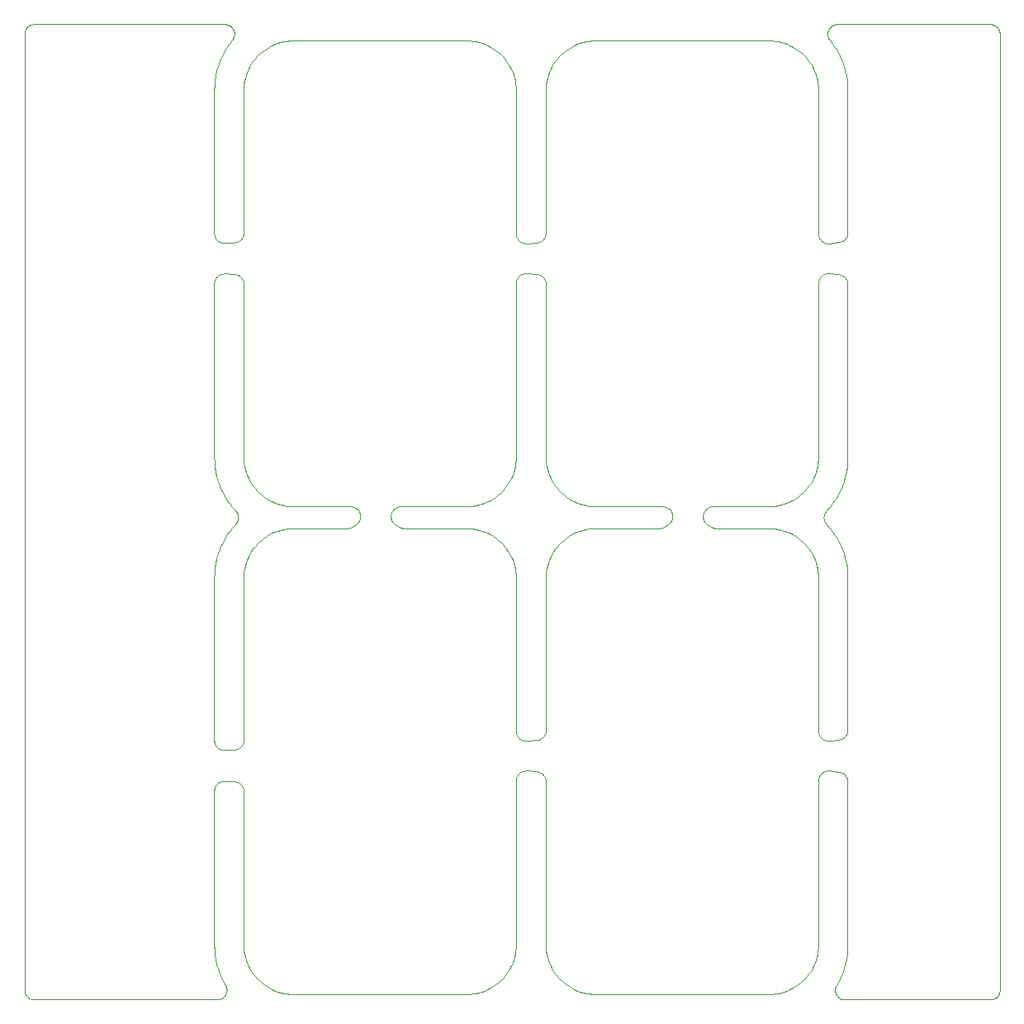
<source format=gko>
%MOIN*%
%OFA0B0*%
%FSLAX36Y36*%
%IPPOS*%
%LPD*%
%ADD10C,0*%
D10*
X003204724Y001702362D02*
X003204724Y001702362D01*
X003204329Y001714920D01*
X003203147Y001727429D01*
X003201181Y001739838D01*
X003198441Y001752100D01*
X003194935Y001764165D01*
X003190679Y001775987D01*
X003185689Y001787518D01*
X003179985Y001798712D01*
X003173589Y001809528D01*
X003166527Y001819919D01*
X003158827Y001829847D01*
X003150518Y001839271D01*
X003141633Y001848156D01*
X003132208Y001856465D01*
X003122281Y001864165D01*
X003111890Y001871227D01*
X003101074Y001877623D01*
X003089880Y001883328D01*
X003078348Y001888317D01*
X003066527Y001892573D01*
X003054462Y001896079D01*
X003042200Y001898819D01*
X003029791Y001900785D01*
X003017282Y001901967D01*
X003004724Y001902362D01*
X002792201Y001902362D01*
X002791025Y001902379D01*
X002789849Y001902432D01*
X002788676Y001902520D01*
X002787506Y001902643D01*
X002786340Y001902800D01*
X002785179Y001902993D01*
X002784025Y001903220D01*
X002782878Y001903482D01*
X002781739Y001903777D01*
X002780610Y001904107D01*
X002779491Y001904470D01*
X002778383Y001904866D01*
X002777287Y001905296D01*
X002776205Y001905758D01*
X002775138Y001906252D01*
X002774085Y001906777D01*
X002773049Y001907334D01*
X002772029Y001907922D01*
X002771028Y001908540D01*
X002770046Y001909187D01*
X002755703Y001918951D01*
X002751754Y001922025D01*
X002748226Y001925574D01*
X002745177Y001929542D01*
X002742656Y001933865D01*
X002740704Y001938473D01*
X002739352Y001943291D01*
X002738623Y001948242D01*
X002738527Y001953246D01*
X002739067Y001958221D01*
X002740233Y001963087D01*
X002742007Y001967766D01*
X002744361Y001972183D01*
X002747256Y001976265D01*
X002750645Y001979947D01*
X002754474Y001983169D01*
X002758680Y001985879D01*
X002763197Y001988034D01*
X002767950Y001989599D01*
X002772864Y001990548D01*
X002777858Y001990866D01*
X003004724Y001990866D01*
X003004724Y001990865D01*
X003017282Y001991261D01*
X003029791Y001992443D01*
X003042200Y001994409D01*
X003054462Y001997149D01*
X003066527Y002000654D01*
X003078348Y002004911D01*
X003089880Y002009900D01*
X003101074Y002015604D01*
X003111890Y002022001D01*
X003122281Y002029062D01*
X003132208Y002036763D01*
X003141633Y002045072D01*
X003150518Y002053957D01*
X003158827Y002063381D01*
X003166527Y002073309D01*
X003173589Y002083700D01*
X003179985Y002094515D01*
X003185689Y002105710D01*
X003190679Y002117241D01*
X003194935Y002129063D01*
X003198441Y002141128D01*
X003201181Y002153389D01*
X003203147Y002165799D01*
X003204329Y002178308D01*
X003204724Y002190865D01*
X003204724Y002892216D01*
X003204863Y002895530D01*
X003205282Y002898822D01*
X003205976Y002902066D01*
X003206941Y002905240D01*
X003208169Y002908322D01*
X003209653Y002911290D01*
X003211381Y002914122D01*
X003213341Y002916798D01*
X003215520Y002919300D01*
X003217902Y002921609D01*
X003220470Y002923710D01*
X003223205Y002925587D01*
X003226089Y002927228D01*
X003229101Y002928619D01*
X003232219Y002929752D01*
X003235422Y002930619D01*
X003238686Y002931212D01*
X003241989Y002931529D01*
X003245306Y002931567D01*
X003248615Y002931325D01*
X003287984Y002926774D01*
X003290816Y002926342D01*
X003293610Y002925705D01*
X003296349Y002924866D01*
X003299020Y002923830D01*
X003301609Y002922603D01*
X003304102Y002921191D01*
X003306485Y002919602D01*
X003308747Y002917843D01*
X003310875Y002915924D01*
X003312857Y002913856D01*
X003314684Y002911649D01*
X003316345Y002909315D01*
X003317833Y002906867D01*
X003319138Y002904316D01*
X003320255Y002901678D01*
X003321176Y002898965D01*
X003321898Y002896193D01*
X003322417Y002893375D01*
X003322729Y002890527D01*
X003322833Y002887664D01*
X003322833Y002189320D01*
X003322824Y002188702D01*
X003322283Y002171502D01*
X003322206Y002170270D01*
X003320442Y002151613D01*
X003320286Y002150374D01*
X003317353Y002131857D01*
X003317121Y002130642D01*
X003313033Y002112351D01*
X003312722Y002111140D01*
X003307491Y002093138D01*
X003307110Y002091965D01*
X003300757Y002074320D01*
X003300303Y002073173D01*
X003292857Y002055965D01*
X003292329Y002054842D01*
X003283817Y002038137D01*
X003283224Y002037057D01*
X003273674Y002020909D01*
X003273015Y002019871D01*
X003262469Y002004355D01*
X003261753Y002003369D01*
X003250253Y001988542D01*
X003249472Y001987598D01*
X003237043Y001973500D01*
X003236337Y001972726D01*
X003235606Y001971877D01*
X003234900Y001971009D01*
X003234218Y001970120D01*
X003233562Y001969212D01*
X003232934Y001968287D01*
X003232330Y001967343D01*
X003231754Y001966382D01*
X003231205Y001965406D01*
X003230685Y001964415D01*
X003230193Y001963408D01*
X003229729Y001962389D01*
X003229295Y001961357D01*
X003228891Y001960312D01*
X003228517Y001959257D01*
X003228172Y001958191D01*
X003227858Y001957116D01*
X003227574Y001956033D01*
X003227322Y001954941D01*
X003227100Y001953844D01*
X003226910Y001952740D01*
X003226752Y001951632D01*
X003226625Y001950519D01*
X003226530Y001949403D01*
X003226467Y001948285D01*
X003226435Y001947165D01*
X003226435Y001946045D01*
X003226467Y001944926D01*
X003226531Y001943808D01*
X003226626Y001942692D01*
X003226754Y001941579D01*
X003226913Y001940471D01*
X003227103Y001939367D01*
X003227326Y001938270D01*
X003227578Y001937178D01*
X003227862Y001936096D01*
X003228176Y001935020D01*
X003228522Y001933955D01*
X003228897Y001932900D01*
X003229301Y001931855D01*
X003229736Y001930824D01*
X003230200Y001929804D01*
X003230692Y001928799D01*
X003231213Y001927807D01*
X003231762Y001926831D01*
X003232338Y001925870D01*
X003232942Y001924927D01*
X003233572Y001924002D01*
X003234228Y001923094D01*
X003234910Y001922205D01*
X003235616Y001921337D01*
X003236348Y001920488D01*
X003237044Y001919725D01*
X003249465Y001905636D01*
X003250260Y001904676D01*
X003261746Y001889868D01*
X003262474Y001888864D01*
X003273009Y001873364D01*
X003273680Y001872308D01*
X003283220Y001856176D01*
X003283820Y001855083D01*
X003292330Y001838385D01*
X003292857Y001837264D01*
X003300304Y001820053D01*
X003300758Y001818905D01*
X003307110Y001801262D01*
X003307489Y001800096D01*
X003312723Y001782083D01*
X003313033Y001780876D01*
X003317121Y001762585D01*
X003317353Y001761370D01*
X003320286Y001742853D01*
X003320442Y001741614D01*
X003322206Y001722957D01*
X003322283Y001721725D01*
X003322824Y001704524D01*
X003322833Y001703906D01*
X003322833Y001088713D01*
X003322729Y001085850D01*
X003322417Y001083002D01*
X003321898Y001080184D01*
X003321176Y001077412D01*
X003320255Y001074699D01*
X003319138Y001072060D01*
X003317833Y001069510D01*
X003316345Y001067062D01*
X003314684Y001064728D01*
X003312857Y001062521D01*
X003310875Y001060453D01*
X003308747Y001058534D01*
X003306485Y001056775D01*
X003304102Y001055186D01*
X003301609Y001053774D01*
X003299020Y001052547D01*
X003296349Y001051511D01*
X003293610Y001050672D01*
X003290816Y001050035D01*
X003287984Y001049603D01*
X003248615Y001045052D01*
X003245306Y001044810D01*
X003241989Y001044848D01*
X003238686Y001045164D01*
X003235422Y001045758D01*
X003232219Y001046625D01*
X003229101Y001047758D01*
X003226089Y001049149D01*
X003223205Y001050789D01*
X003220470Y001052667D01*
X003217902Y001054768D01*
X003215520Y001057077D01*
X003213341Y001059579D01*
X003211381Y001062255D01*
X003209653Y001065087D01*
X003208169Y001068055D01*
X003206941Y001071137D01*
X003205976Y001074311D01*
X003205282Y001077555D01*
X003204863Y001080847D01*
X003204724Y001084161D01*
X003204724Y001702362D01*
X001084251Y001902362D02*
X001084251Y001902362D01*
X001071693Y001901967D01*
X001059185Y001900785D01*
X001046775Y001898819D01*
X001034514Y001896079D01*
X001022448Y001892573D01*
X001010626Y001888317D01*
X000999095Y001883328D01*
X000987901Y001877623D01*
X000977086Y001871227D01*
X000966694Y001864165D01*
X000956766Y001856465D01*
X000947342Y001848156D01*
X000938457Y001839271D01*
X000930149Y001829847D01*
X000922448Y001819919D01*
X000915386Y001809528D01*
X000908990Y001798712D01*
X000903286Y001787518D01*
X000898296Y001775987D01*
X000894040Y001764165D01*
X000890535Y001752100D01*
X000887794Y001739838D01*
X000885828Y001727429D01*
X000884646Y001714920D01*
X000884251Y001702362D01*
X000884251Y001048061D01*
X000884137Y001045063D01*
X000883795Y001042082D01*
X000883226Y001039136D01*
X000882435Y001036241D01*
X000881426Y001033416D01*
X000880205Y001030675D01*
X000878778Y001028035D01*
X000877154Y001025512D01*
X000875343Y001023120D01*
X000873355Y001020872D01*
X000871202Y001018783D01*
X000868896Y001016863D01*
X000866450Y001015125D01*
X000863879Y001013578D01*
X000861198Y001012231D01*
X000858422Y001011093D01*
X000855567Y001010169D01*
X000852650Y001009465D01*
X000849688Y001008986D01*
X000846699Y001008733D01*
X000807328Y001006914D01*
X000804146Y001006895D01*
X000800972Y001007134D01*
X000797829Y001007628D01*
X000794736Y001008375D01*
X000791713Y001009369D01*
X000788780Y001010604D01*
X000785956Y001012071D01*
X000783261Y001013762D01*
X000780710Y001015665D01*
X000778322Y001017768D01*
X000776111Y001020057D01*
X000774092Y001022516D01*
X000772279Y001025131D01*
X000770682Y001027884D01*
X000769314Y001030757D01*
X000768181Y001033731D01*
X000767293Y001036786D01*
X000766654Y001039904D01*
X000766269Y001043062D01*
X000766140Y001046242D01*
X000766140Y001703905D01*
X000766150Y001704524D01*
X000766691Y001721728D01*
X000766768Y001722952D01*
X000768533Y001741621D01*
X000768689Y001742858D01*
X000771622Y001761369D01*
X000771854Y001762586D01*
X000775942Y001780878D01*
X000776251Y001782082D01*
X000781482Y001800086D01*
X000781865Y001801264D01*
X000788214Y001818902D01*
X000788667Y001820046D01*
X000796120Y001837270D01*
X000796645Y001838385D01*
X000805156Y001855086D01*
X000805755Y001856175D01*
X000815296Y001872311D01*
X000815960Y001873357D01*
X000826502Y001888868D01*
X000827228Y001889868D01*
X000838718Y001904679D01*
X000839508Y001905634D01*
X000851933Y001919728D01*
X000852637Y001920500D01*
X000853368Y001921347D01*
X000854073Y001922217D01*
X000854755Y001923105D01*
X000855411Y001924013D01*
X000856040Y001924939D01*
X000856644Y001925882D01*
X000857219Y001926842D01*
X000857768Y001927818D01*
X000858289Y001928810D01*
X000858780Y001929816D01*
X000859244Y001930835D01*
X000859678Y001931867D01*
X000860082Y001932911D01*
X000860457Y001933966D01*
X000860801Y001935031D01*
X000861116Y001936107D01*
X000861400Y001937190D01*
X000861651Y001938281D01*
X000861873Y001939378D01*
X000862063Y001940481D01*
X000862222Y001941590D01*
X000862349Y001942702D01*
X000862445Y001943818D01*
X000862508Y001944935D01*
X000862540Y001946055D01*
X000862540Y001947174D01*
X000862508Y001948294D01*
X000862444Y001949412D01*
X000862349Y001950528D01*
X000862222Y001951640D01*
X000862063Y001952748D01*
X000861873Y001953851D01*
X000861651Y001954949D01*
X000861398Y001956040D01*
X000861115Y001957123D01*
X000860801Y001958198D01*
X000860456Y001959263D01*
X000860082Y001960318D01*
X000859677Y001961362D01*
X000859242Y001962394D01*
X000858779Y001963413D01*
X000858287Y001964420D01*
X000857767Y001965411D01*
X000857218Y001966387D01*
X000856642Y001967347D01*
X000856039Y001968290D01*
X000855409Y001969216D01*
X000854753Y001970124D01*
X000854072Y001971012D01*
X000853366Y001971881D01*
X000852635Y001972729D01*
X000851935Y001973497D01*
X000839511Y001987589D01*
X000838714Y001988553D01*
X000827229Y002003359D01*
X000826502Y002004360D01*
X000815959Y002019870D01*
X000815296Y002020915D01*
X000805753Y002037054D01*
X000805159Y002038135D01*
X000796643Y002054846D01*
X000796120Y002055958D01*
X000788672Y002073169D01*
X000788213Y002074329D01*
X000781864Y002091965D01*
X000781482Y002093141D01*
X000776250Y002111148D01*
X000775944Y002112342D01*
X000771854Y002130642D01*
X000771621Y002131862D01*
X000768689Y002150369D01*
X000768533Y002151607D01*
X000766768Y002170274D01*
X000766691Y002171498D01*
X000766150Y002188703D01*
X000766140Y002189322D01*
X000766140Y002890765D01*
X000766269Y002893945D01*
X000766654Y002897103D01*
X000767293Y002900221D01*
X000768181Y002903276D01*
X000769314Y002906250D01*
X000770682Y002909123D01*
X000772279Y002911876D01*
X000774092Y002914490D01*
X000776111Y002916950D01*
X000778322Y002919239D01*
X000780710Y002921342D01*
X000783261Y002923245D01*
X000785956Y002924936D01*
X000788780Y002926403D01*
X000791713Y002927638D01*
X000794736Y002928632D01*
X000797829Y002929378D01*
X000800972Y002929873D01*
X000804146Y002930111D01*
X000807328Y002930093D01*
X000846699Y002928274D01*
X000849688Y002928021D01*
X000852650Y002927542D01*
X000855567Y002926838D01*
X000858422Y002925914D01*
X000861198Y002924776D01*
X000863879Y002923429D01*
X000866450Y002921882D01*
X000868896Y002920144D01*
X000871202Y002918224D01*
X000873355Y002916135D01*
X000875343Y002913887D01*
X000877154Y002911495D01*
X000878778Y002908971D01*
X000880205Y002906332D01*
X000881426Y002903591D01*
X000882435Y002900766D01*
X000883226Y002897871D01*
X000883795Y002894925D01*
X000884137Y002891944D01*
X000884251Y002888946D01*
X000884251Y002190865D01*
X000884646Y002178308D01*
X000885828Y002165799D01*
X000887794Y002153389D01*
X000890535Y002141128D01*
X000894040Y002129063D01*
X000898296Y002117241D01*
X000903286Y002105710D01*
X000908990Y002094515D01*
X000915386Y002083700D01*
X000922448Y002073309D01*
X000930149Y002063381D01*
X000938457Y002053957D01*
X000947342Y002045072D01*
X000956766Y002036763D01*
X000966694Y002029062D01*
X000977086Y002022001D01*
X000987901Y002015604D01*
X000999095Y002009900D01*
X001010626Y002004911D01*
X001022448Y002000654D01*
X001034514Y001997149D01*
X001046775Y001994409D01*
X001059185Y001992443D01*
X001071693Y001991261D01*
X001084251Y001990866D01*
X001316629Y001990866D01*
X001321623Y001990548D01*
X001326537Y001989599D01*
X001331290Y001988034D01*
X001335807Y001985879D01*
X001340013Y001983169D01*
X001343842Y001979947D01*
X001347232Y001976265D01*
X001350126Y001972183D01*
X001352480Y001967766D01*
X001354254Y001963087D01*
X001355421Y001958221D01*
X001355960Y001953246D01*
X001355865Y001948242D01*
X001355135Y001943291D01*
X001353783Y001938473D01*
X001351831Y001933865D01*
X001349310Y001929542D01*
X001346261Y001925574D01*
X001342734Y001922025D01*
X001338784Y001918951D01*
X001324441Y001909187D01*
X001323459Y001908540D01*
X001322458Y001907922D01*
X001321439Y001907334D01*
X001320402Y001906777D01*
X001319350Y001906252D01*
X001318282Y001905758D01*
X001317200Y001905296D01*
X001316104Y001904866D01*
X001314997Y001904470D01*
X001313878Y001904107D01*
X001312748Y001903777D01*
X001311609Y001903482D01*
X001310462Y001903220D01*
X001309308Y001902993D01*
X001308147Y001902800D01*
X001306981Y001902643D01*
X001305811Y001902520D01*
X001304638Y001902432D01*
X001303463Y001902379D01*
X001302286Y001902362D01*
X001084251Y001902362D01*
X001984251Y001702362D02*
X001984251Y001702362D01*
X001983857Y001714920D01*
X001982674Y001727429D01*
X001980709Y001739838D01*
X001977968Y001752100D01*
X001974463Y001764165D01*
X001970207Y001775987D01*
X001965217Y001787518D01*
X001959513Y001798712D01*
X001953117Y001809528D01*
X001946054Y001819919D01*
X001938354Y001829847D01*
X001930045Y001839271D01*
X001921160Y001848156D01*
X001911736Y001856465D01*
X001901808Y001864165D01*
X001891417Y001871227D01*
X001880602Y001877623D01*
X001869407Y001883328D01*
X001857876Y001888317D01*
X001846055Y001892573D01*
X001833989Y001896079D01*
X001821728Y001898819D01*
X001809318Y001900785D01*
X001796810Y001901967D01*
X001784252Y001902362D01*
X001532358Y001902362D01*
X001531182Y001902379D01*
X001530007Y001902432D01*
X001528833Y001902520D01*
X001527663Y001902643D01*
X001526497Y001902800D01*
X001525337Y001902993D01*
X001524182Y001903220D01*
X001523035Y001903482D01*
X001521897Y001903777D01*
X001520767Y001904107D01*
X001519648Y001904470D01*
X001518540Y001904866D01*
X001517445Y001905296D01*
X001516363Y001905758D01*
X001515295Y001906252D01*
X001514243Y001906777D01*
X001513206Y001907334D01*
X001512187Y001907922D01*
X001511186Y001908540D01*
X001510203Y001909187D01*
X001495860Y001918951D01*
X001491911Y001922025D01*
X001488383Y001925574D01*
X001485335Y001929542D01*
X001482814Y001933865D01*
X001480862Y001938473D01*
X001479510Y001943291D01*
X001478780Y001948242D01*
X001478684Y001953246D01*
X001479224Y001958221D01*
X001480390Y001963087D01*
X001482165Y001967766D01*
X001484518Y001972183D01*
X001487413Y001976265D01*
X001490802Y001979947D01*
X001494631Y001983169D01*
X001498838Y001985879D01*
X001503354Y001988034D01*
X001508108Y001989599D01*
X001513021Y001990548D01*
X001518015Y001990866D01*
X001784252Y001990866D01*
X001784252Y001990865D01*
X001796810Y001991261D01*
X001809318Y001992443D01*
X001821728Y001994409D01*
X001833989Y001997149D01*
X001846055Y002000654D01*
X001857876Y002004911D01*
X001869407Y002009900D01*
X001880602Y002015604D01*
X001891417Y002022001D01*
X001901808Y002029062D01*
X001911736Y002036763D01*
X001921160Y002045072D01*
X001930045Y002053957D01*
X001938354Y002063381D01*
X001946054Y002073309D01*
X001953117Y002083700D01*
X001959513Y002094515D01*
X001965217Y002105710D01*
X001970207Y002117241D01*
X001974463Y002129063D01*
X001977968Y002141128D01*
X001980709Y002153389D01*
X001982674Y002165799D01*
X001983857Y002178308D01*
X001984251Y002190865D01*
X001984251Y002892216D01*
X001984385Y002895458D01*
X001984785Y002898678D01*
X001985449Y002901855D01*
X001986373Y002904966D01*
X001987550Y002907990D01*
X001988971Y002910907D01*
X001990628Y002913697D01*
X001992509Y002916341D01*
X001994602Y002918822D01*
X001996892Y002921121D01*
X001999363Y002923224D01*
X002001999Y002925117D01*
X002004782Y002926786D01*
X002007693Y002928220D01*
X002010713Y002929409D01*
X002013820Y002930346D01*
X002016993Y002931024D01*
X002020212Y002931438D01*
X002023454Y002931585D01*
X002026697Y002931465D01*
X002068429Y002928196D01*
X002071347Y002927857D01*
X002074232Y002927302D01*
X002077067Y002926533D01*
X002079837Y002925555D01*
X002082526Y002924373D01*
X002085120Y002922994D01*
X002087603Y002921426D01*
X002089963Y002919677D01*
X002092186Y002917756D01*
X002094259Y002915675D01*
X002096172Y002913446D01*
X002097913Y002911080D01*
X002099473Y002908590D01*
X002100842Y002905992D01*
X002102015Y002903298D01*
X002102983Y002900525D01*
X002103741Y002897687D01*
X002104286Y002894800D01*
X002104614Y002891881D01*
X002104724Y002888946D01*
X002104724Y002190865D01*
X002105118Y002178308D01*
X002106301Y002165799D01*
X002108266Y002153389D01*
X002111007Y002141128D01*
X002114513Y002129063D01*
X002118768Y002117241D01*
X002123758Y002105710D01*
X002129463Y002094515D01*
X002135858Y002083700D01*
X002142920Y002073309D01*
X002150621Y002063381D01*
X002158930Y002053957D01*
X002167814Y002045072D01*
X002177239Y002036763D01*
X002187167Y002029062D01*
X002197558Y002022001D01*
X002208373Y002015604D01*
X002219568Y002009900D01*
X002231099Y002004911D01*
X002242920Y002000654D01*
X002254986Y001997149D01*
X002267248Y001994409D01*
X002279657Y001992443D01*
X002292166Y001991261D01*
X002304724Y001990866D01*
X002576472Y001990866D01*
X002581466Y001990548D01*
X002586379Y001989599D01*
X002591133Y001988034D01*
X002595649Y001985879D01*
X002599856Y001983169D01*
X002603685Y001979947D01*
X002607074Y001976265D01*
X002609969Y001972183D01*
X002612322Y001967766D01*
X002614097Y001963087D01*
X002615263Y001958221D01*
X002615803Y001953246D01*
X002615707Y001948242D01*
X002614977Y001943291D01*
X002613626Y001938473D01*
X002611674Y001933865D01*
X002609153Y001929542D01*
X002606104Y001925574D01*
X002602576Y001922025D01*
X002598627Y001918951D01*
X002584284Y001909187D01*
X002583302Y001908540D01*
X002582300Y001907922D01*
X002581281Y001907334D01*
X002580245Y001906777D01*
X002579192Y001906252D01*
X002578124Y001905758D01*
X002577042Y001905296D01*
X002575947Y001904866D01*
X002574839Y001904470D01*
X002573720Y001904107D01*
X002572591Y001903777D01*
X002571452Y001903482D01*
X002570305Y001903220D01*
X002569150Y001902993D01*
X002567990Y001902800D01*
X002566824Y001902643D01*
X002565654Y001902520D01*
X002564480Y001902432D01*
X002563305Y001902379D01*
X002562129Y001902362D01*
X002304724Y001902362D01*
X002292166Y001901967D01*
X002279657Y001900785D01*
X002267248Y001898819D01*
X002254986Y001896079D01*
X002242920Y001892573D01*
X002231099Y001888317D01*
X002219568Y001883328D01*
X002208373Y001877623D01*
X002197558Y001871227D01*
X002187167Y001864165D01*
X002177239Y001856465D01*
X002167814Y001848156D01*
X002158930Y001839271D01*
X002150621Y001829847D01*
X002142920Y001819919D01*
X002135858Y001809528D01*
X002129463Y001798712D01*
X002123758Y001787518D01*
X002118768Y001775987D01*
X002114513Y001764165D01*
X002111007Y001752100D01*
X002108266Y001739838D01*
X002106301Y001727429D01*
X002105118Y001714920D01*
X002104724Y001702362D01*
X002104724Y001087431D01*
X002104614Y001084496D01*
X002104286Y001081577D01*
X002103741Y001078690D01*
X002102983Y001075852D01*
X002102015Y001073079D01*
X002100842Y001070385D01*
X002099473Y001067787D01*
X002097913Y001065297D01*
X002096172Y001062931D01*
X002094259Y001060702D01*
X002092186Y001058621D01*
X002089963Y001056700D01*
X002087603Y001054951D01*
X002085120Y001053382D01*
X002082526Y001052003D01*
X002079837Y001050822D01*
X002077067Y001049844D01*
X002074232Y001049075D01*
X002071347Y001048520D01*
X002068429Y001048181D01*
X002026697Y001044912D01*
X002023454Y001044792D01*
X002020212Y001044939D01*
X002016993Y001045353D01*
X002013820Y001046031D01*
X002010713Y001046968D01*
X002007693Y001048157D01*
X002004782Y001049591D01*
X002001999Y001051260D01*
X001999363Y001053153D01*
X001996892Y001055256D01*
X001994602Y001057555D01*
X001992509Y001060036D01*
X001990628Y001062680D01*
X001988971Y001065470D01*
X001987550Y001068387D01*
X001986373Y001071411D01*
X001985449Y001074522D01*
X001984785Y001077699D01*
X001984385Y001080919D01*
X001984251Y001084161D01*
X001984251Y001702362D01*
X001784252Y000022361D02*
X001784252Y000022361D01*
X001796810Y000022757D01*
X001809318Y000023939D01*
X001821728Y000025905D01*
X001833989Y000028645D01*
X001846055Y000032150D01*
X001857876Y000036407D01*
X001869407Y000041396D01*
X001880602Y000047100D01*
X001891417Y000053497D01*
X001901808Y000060558D01*
X001911736Y000068259D01*
X001921160Y000076568D01*
X001930045Y000085453D01*
X001938354Y000094877D01*
X001946054Y000104805D01*
X001953117Y000115196D01*
X001959513Y000126011D01*
X001965217Y000137206D01*
X001970207Y000148737D01*
X001974463Y000160559D01*
X001977968Y000172624D01*
X001980709Y000184886D01*
X001982674Y000197295D01*
X001983857Y000209804D01*
X001984251Y000222362D01*
X001984251Y000884342D01*
X001984385Y000887584D01*
X001984785Y000890804D01*
X001985449Y000893981D01*
X001986373Y000897092D01*
X001987550Y000900116D01*
X001988971Y000903033D01*
X001990628Y000905823D01*
X001992509Y000908467D01*
X001994602Y000910948D01*
X001996892Y000913247D01*
X001999363Y000915350D01*
X002001999Y000917243D01*
X002004782Y000918912D01*
X002007693Y000920346D01*
X002010713Y000921535D01*
X002013820Y000922472D01*
X002016993Y000923150D01*
X002020212Y000923564D01*
X002023454Y000923711D01*
X002026697Y000923591D01*
X002068429Y000920322D01*
X002071347Y000919983D01*
X002074232Y000919428D01*
X002077067Y000918659D01*
X002079837Y000917681D01*
X002082526Y000916499D01*
X002085120Y000915120D01*
X002087603Y000913552D01*
X002089963Y000911803D01*
X002092186Y000909882D01*
X002094259Y000907801D01*
X002096172Y000905572D01*
X002097913Y000903206D01*
X002099473Y000900716D01*
X002100842Y000898118D01*
X002102015Y000895424D01*
X002102983Y000892651D01*
X002103741Y000889813D01*
X002104286Y000886926D01*
X002104614Y000884007D01*
X002104724Y000881072D01*
X002104724Y000222362D01*
X002105118Y000209804D01*
X002106301Y000197295D01*
X002108266Y000184886D01*
X002111007Y000172624D01*
X002114513Y000160559D01*
X002118768Y000148737D01*
X002123758Y000137206D01*
X002129463Y000126011D01*
X002135858Y000115196D01*
X002142920Y000104805D01*
X002150621Y000094877D01*
X002158930Y000085453D01*
X002167814Y000076568D01*
X002177239Y000068259D01*
X002187167Y000060558D01*
X002197558Y000053497D01*
X002208373Y000047100D01*
X002219568Y000041396D01*
X002231099Y000036407D01*
X002242920Y000032150D01*
X002254986Y000028645D01*
X002267248Y000025905D01*
X002279657Y000023939D01*
X002292166Y000022757D01*
X002304724Y000022362D01*
X003004724Y000022362D01*
X003004724Y000022361D01*
X003017282Y000022757D01*
X003029791Y000023939D01*
X003042200Y000025905D01*
X003054462Y000028645D01*
X003066527Y000032150D01*
X003078348Y000036407D01*
X003089880Y000041396D01*
X003101074Y000047100D01*
X003111890Y000053497D01*
X003122281Y000060558D01*
X003132208Y000068259D01*
X003141633Y000076568D01*
X003150518Y000085453D01*
X003158827Y000094877D01*
X003166527Y000104805D01*
X003173589Y000115196D01*
X003179985Y000126011D01*
X003185689Y000137206D01*
X003190679Y000148737D01*
X003194935Y000160559D01*
X003198441Y000172624D01*
X003201181Y000184886D01*
X003203147Y000197295D01*
X003204329Y000209804D01*
X003204724Y000222362D01*
X003204724Y000884342D01*
X003204863Y000887656D01*
X003205282Y000890948D01*
X003205976Y000894192D01*
X003206941Y000897366D01*
X003208169Y000900448D01*
X003209653Y000903415D01*
X003211381Y000906248D01*
X003213341Y000908924D01*
X003215520Y000911426D01*
X003217902Y000913735D01*
X003220470Y000915836D01*
X003223205Y000917713D01*
X003226089Y000919354D01*
X003229101Y000920745D01*
X003232219Y000921878D01*
X003235422Y000922745D01*
X003238686Y000923338D01*
X003241989Y000923655D01*
X003245306Y000923693D01*
X003248615Y000923451D01*
X003287984Y000918900D01*
X003290816Y000918468D01*
X003293610Y000917831D01*
X003296349Y000916992D01*
X003299020Y000915956D01*
X003301609Y000914729D01*
X003304102Y000913317D01*
X003306485Y000911728D01*
X003308747Y000909969D01*
X003310875Y000908050D01*
X003312857Y000905982D01*
X003314684Y000903775D01*
X003316345Y000901441D01*
X003317833Y000898993D01*
X003319138Y000896442D01*
X003320255Y000893804D01*
X003321176Y000891091D01*
X003321898Y000888319D01*
X003322417Y000885501D01*
X003322729Y000882653D01*
X003322833Y000879790D01*
X003322833Y000220815D01*
X003322824Y000220199D01*
X003322283Y000202998D01*
X003322206Y000201766D01*
X003320442Y000183109D01*
X003320286Y000181870D01*
X003317353Y000163353D01*
X003317121Y000162138D01*
X003313033Y000143846D01*
X003312722Y000142636D01*
X003307491Y000124634D01*
X003307110Y000123461D01*
X003300757Y000105816D01*
X003300303Y000104670D01*
X003292857Y000087461D01*
X003292329Y000086339D01*
X003283817Y000069633D01*
X003283221Y000068548D01*
X003277817Y000059410D01*
X003277261Y000058438D01*
X003276732Y000057451D01*
X003276232Y000056450D01*
X003275761Y000055434D01*
X003275318Y000054405D01*
X003274905Y000053364D01*
X003274522Y000052312D01*
X003274169Y000051249D01*
X003273846Y000050177D01*
X003273555Y000049096D01*
X003273293Y000048007D01*
X003273063Y000046911D01*
X003272864Y000045809D01*
X003272697Y000044701D01*
X003272561Y000043590D01*
X003272457Y000042475D01*
X003272385Y000041358D01*
X003272343Y000040238D01*
X003272335Y000039118D01*
X003272358Y000038000D01*
X003272413Y000036881D01*
X003272499Y000035764D01*
X003272618Y000034651D01*
X003272768Y000033541D01*
X003272949Y000032436D01*
X003273163Y000031337D01*
X003273406Y000030244D01*
X003273681Y000029158D01*
X003273987Y000028081D01*
X003274324Y000027013D01*
X003274690Y000025955D01*
X003275087Y000024907D01*
X003275512Y000023872D01*
X003275968Y000022849D01*
X003276452Y000021839D01*
X003276965Y000020844D01*
X003277506Y000019863D01*
X003278074Y000018899D01*
X003278670Y000017951D01*
X003279293Y000017019D01*
X003279942Y000016107D01*
X003280616Y000015213D01*
X003281315Y000014338D01*
X003282040Y000013484D01*
X003282788Y000012651D01*
X003283559Y000011840D01*
X003284354Y000011050D01*
X003285171Y000010284D01*
X003286009Y000009541D01*
X003286867Y000008822D01*
X003287746Y000008128D01*
X003288644Y000007460D01*
X003289561Y000006817D01*
X003290496Y000006200D01*
X003291448Y000005610D01*
X003292416Y000005048D01*
X003293399Y000004513D01*
X003294399Y000004007D01*
X003295411Y000003529D01*
X003296437Y000003080D01*
X003297475Y000002660D01*
X003298526Y000002270D01*
X003299585Y000001911D01*
X003300656Y000001581D01*
X003301735Y000001283D01*
X003302822Y000001014D01*
X003303917Y000000777D01*
X003305017Y000000572D01*
X003306124Y000000397D01*
X003307234Y000000254D01*
X003308348Y000000143D01*
X003309466Y000000063D01*
X003310584Y000000015D01*
X003311704Y000000000D01*
X003897637Y000000000D01*
X003898761Y000000016D01*
X003899885Y000000063D01*
X003901006Y000000144D01*
X003902125Y000000256D01*
X003903240Y000000400D01*
X003904350Y000000576D01*
X003905456Y000000784D01*
X003906555Y000001022D01*
X003907646Y000001293D01*
X003908729Y000001594D01*
X003909803Y000001926D01*
X003910868Y000002289D01*
X003911921Y000002682D01*
X003912962Y000003105D01*
X003913992Y000003557D01*
X003915008Y000004039D01*
X003916010Y000004550D01*
X003916996Y000005088D01*
X003917968Y000005655D01*
X003918922Y000006249D01*
X003919859Y000006870D01*
X003920779Y000007518D01*
X003921678Y000008192D01*
X003922559Y000008891D01*
X003923419Y000009615D01*
X003924258Y000010364D01*
X003925075Y000011136D01*
X003925871Y000011931D01*
X003926643Y000012749D01*
X003927391Y000013588D01*
X003928115Y000014448D01*
X003928814Y000015328D01*
X003929489Y000016228D01*
X003930136Y000017147D01*
X003930757Y000018085D01*
X003931352Y000019038D01*
X003931919Y000020010D01*
X003932457Y000020997D01*
X003932968Y000021999D01*
X003933449Y000023014D01*
X003933902Y000024044D01*
X003934325Y000025085D01*
X003934718Y000026139D01*
X003935080Y000027203D01*
X003935412Y000028278D01*
X003935714Y000029361D01*
X003935984Y000030452D01*
X003936223Y000031551D01*
X003936431Y000032656D01*
X003936607Y000033766D01*
X003936750Y000034881D01*
X003936863Y000036000D01*
X003936943Y000037122D01*
X003936991Y000038245D01*
X003937007Y000039370D01*
X003937007Y003897637D01*
X003936991Y003898761D01*
X003936943Y003899885D01*
X003936863Y003901006D01*
X003936750Y003902125D01*
X003936607Y003903240D01*
X003936431Y003904350D01*
X003936223Y003905456D01*
X003935984Y003906555D01*
X003935714Y003907646D01*
X003935412Y003908729D01*
X003935080Y003909803D01*
X003934718Y003910868D01*
X003934325Y003911921D01*
X003933902Y003912962D01*
X003933449Y003913992D01*
X003932968Y003915008D01*
X003932457Y003916010D01*
X003931919Y003916996D01*
X003931352Y003917968D01*
X003930757Y003918922D01*
X003930136Y003919859D01*
X003929489Y003920779D01*
X003928814Y003921678D01*
X003928115Y003922559D01*
X003927391Y003923419D01*
X003926643Y003924258D01*
X003925871Y003925075D01*
X003925075Y003925871D01*
X003924258Y003926643D01*
X003923419Y003927391D01*
X003922559Y003928115D01*
X003921678Y003928814D01*
X003920779Y003929489D01*
X003919859Y003930136D01*
X003918922Y003930757D01*
X003917968Y003931352D01*
X003916996Y003931919D01*
X003916010Y003932457D01*
X003915008Y003932968D01*
X003913992Y003933449D01*
X003912962Y003933902D01*
X003911921Y003934325D01*
X003910868Y003934718D01*
X003909803Y003935080D01*
X003908729Y003935412D01*
X003907646Y003935714D01*
X003906555Y003935984D01*
X003905456Y003936223D01*
X003904350Y003936431D01*
X003903240Y003936607D01*
X003902125Y003936750D01*
X003901006Y003936863D01*
X003899885Y003936943D01*
X003898761Y003936991D01*
X003897637Y003937007D01*
X003281114Y003937007D01*
X003279989Y003936991D01*
X003278864Y003936942D01*
X003277741Y003936863D01*
X003276621Y003936750D01*
X003275505Y003936605D01*
X003274392Y003936429D01*
X003273286Y003936221D01*
X003272186Y003935982D01*
X003271094Y003935710D01*
X003270009Y003935408D01*
X003268933Y003935075D01*
X003267868Y003934712D01*
X003266813Y003934318D01*
X003265770Y003933894D01*
X003264740Y003933440D01*
X003263723Y003932958D01*
X003262720Y003932446D01*
X003261733Y003931906D01*
X003260761Y003931337D01*
X003259805Y003930742D01*
X003258868Y003930119D01*
X003257948Y003929470D01*
X003257047Y003928794D01*
X003256166Y003928094D01*
X003255305Y003927368D01*
X003254466Y003926617D01*
X003253648Y003925844D01*
X003252853Y003925047D01*
X003252081Y003924228D01*
X003251333Y003923387D01*
X003250608Y003922525D01*
X003249909Y003921643D01*
X003249236Y003920741D01*
X003248588Y003919820D01*
X003247967Y003918880D01*
X003247373Y003917924D01*
X003246807Y003916951D01*
X003246269Y003915962D01*
X003245759Y003914958D01*
X003245279Y003913940D01*
X003244827Y003912909D01*
X003244405Y003911865D01*
X003244013Y003910809D01*
X003243652Y003909744D01*
X003243321Y003908667D01*
X003243021Y003907582D01*
X003242752Y003906489D01*
X003242515Y003905388D01*
X003242309Y003904281D01*
X003242135Y003903169D01*
X003241992Y003902053D01*
X003241882Y003900933D01*
X003241804Y003899809D01*
X003241758Y003898685D01*
X003241744Y003897559D01*
X003241763Y003896433D01*
X003241813Y003895308D01*
X003241896Y003894186D01*
X003242010Y003893066D01*
X003242157Y003891949D01*
X003242336Y003890838D01*
X003242546Y003889732D01*
X003242788Y003888632D01*
X003243061Y003887540D01*
X003243365Y003886457D01*
X003243700Y003885382D01*
X003244066Y003884316D01*
X003244462Y003883263D01*
X003244888Y003882221D01*
X003245343Y003881192D01*
X003245829Y003880176D01*
X003246342Y003879174D01*
X003246884Y003878187D01*
X003247454Y003877216D01*
X003248052Y003876262D01*
X003248677Y003875326D01*
X003249328Y003874407D01*
X003250005Y003873508D01*
X003261746Y003858371D01*
X003262474Y003857369D01*
X003273009Y003841869D01*
X003273680Y003840812D01*
X003283220Y003824680D01*
X003283820Y003823587D01*
X003292330Y003806888D01*
X003292857Y003805768D01*
X003300304Y003788556D01*
X003300758Y003787408D01*
X003307110Y003769766D01*
X003307489Y003768600D01*
X003312723Y003750586D01*
X003313033Y003749380D01*
X003317121Y003731089D01*
X003317353Y003729874D01*
X003320286Y003711358D01*
X003320442Y003710118D01*
X003322206Y003691460D01*
X003322283Y003690229D01*
X003322824Y003673027D01*
X003322833Y003672411D01*
X003322833Y003096587D01*
X003322729Y003093724D01*
X003322417Y003090876D01*
X003321898Y003088058D01*
X003321176Y003085286D01*
X003320255Y003082573D01*
X003319138Y003079934D01*
X003317833Y003077384D01*
X003316345Y003074936D01*
X003314684Y003072602D01*
X003312857Y003070395D01*
X003310875Y003068327D01*
X003308747Y003066408D01*
X003306485Y003064649D01*
X003304102Y003063060D01*
X003301609Y003061648D01*
X003299020Y003060421D01*
X003296349Y003059385D01*
X003293610Y003058546D01*
X003290816Y003057909D01*
X003287984Y003057477D01*
X003248615Y003052926D01*
X003245306Y003052684D01*
X003241989Y003052722D01*
X003238686Y003053038D01*
X003235422Y003053632D01*
X003232219Y003054499D01*
X003229101Y003055632D01*
X003226089Y003057023D01*
X003223205Y003058664D01*
X003220470Y003060541D01*
X003217902Y003062642D01*
X003215520Y003064951D01*
X003213341Y003067453D01*
X003211381Y003070129D01*
X003209653Y003072961D01*
X003208169Y003075929D01*
X003206941Y003079011D01*
X003205976Y003082185D01*
X003205282Y003085429D01*
X003204863Y003088721D01*
X003204724Y003092035D01*
X003204724Y003670866D01*
X003204329Y003683424D01*
X003203147Y003695933D01*
X003201181Y003708342D01*
X003198441Y003720604D01*
X003194935Y003732669D01*
X003190679Y003744491D01*
X003185689Y003756022D01*
X003179985Y003767216D01*
X003173589Y003778032D01*
X003166527Y003788423D01*
X003158827Y003798351D01*
X003150518Y003807775D01*
X003141633Y003816660D01*
X003132208Y003824969D01*
X003122281Y003832669D01*
X003111890Y003839731D01*
X003101074Y003846127D01*
X003089880Y003851831D01*
X003078348Y003856821D01*
X003066527Y003861077D01*
X003054462Y003864582D01*
X003042200Y003867323D01*
X003029791Y003869289D01*
X003017282Y003870471D01*
X003004724Y003870866D01*
X002304724Y003870866D01*
X002292166Y003870471D01*
X002279657Y003869289D01*
X002267248Y003867323D01*
X002254986Y003864582D01*
X002242920Y003861077D01*
X002231099Y003856821D01*
X002219568Y003851831D01*
X002208373Y003846127D01*
X002197558Y003839731D01*
X002187167Y003832669D01*
X002177239Y003824969D01*
X002167814Y003816660D01*
X002158930Y003807775D01*
X002150621Y003798351D01*
X002142920Y003788423D01*
X002135858Y003778032D01*
X002129463Y003767216D01*
X002123758Y003756022D01*
X002118768Y003744491D01*
X002114513Y003732669D01*
X002111007Y003720604D01*
X002108266Y003708342D01*
X002106301Y003695933D01*
X002105118Y003683424D01*
X002104724Y003670866D01*
X002104724Y003095305D01*
X002104614Y003092370D01*
X002104286Y003089451D01*
X002103741Y003086564D01*
X002102983Y003083726D01*
X002102015Y003080953D01*
X002100842Y003078259D01*
X002099473Y003075661D01*
X002097913Y003073171D01*
X002096172Y003070805D01*
X002094259Y003068576D01*
X002092186Y003066495D01*
X002089963Y003064574D01*
X002087603Y003062825D01*
X002085120Y003061256D01*
X002082526Y003059878D01*
X002079837Y003058696D01*
X002077067Y003057718D01*
X002074232Y003056949D01*
X002071347Y003056394D01*
X002068429Y003056055D01*
X002026697Y003052786D01*
X002023454Y003052666D01*
X002020212Y003052813D01*
X002016993Y003053227D01*
X002013820Y003053905D01*
X002010713Y003054842D01*
X002007693Y003056031D01*
X002004782Y003057465D01*
X002001999Y003059134D01*
X001999363Y003061027D01*
X001996892Y003063130D01*
X001994602Y003065429D01*
X001992509Y003067910D01*
X001990628Y003070554D01*
X001988971Y003073344D01*
X001987550Y003076261D01*
X001986373Y003079285D01*
X001985449Y003082396D01*
X001984785Y003085573D01*
X001984385Y003088793D01*
X001984251Y003092035D01*
X001984251Y003670866D01*
X001983857Y003683424D01*
X001982674Y003695933D01*
X001980709Y003708342D01*
X001977968Y003720604D01*
X001974463Y003732669D01*
X001970207Y003744491D01*
X001965217Y003756022D01*
X001959513Y003767216D01*
X001953117Y003778032D01*
X001946054Y003788423D01*
X001938354Y003798351D01*
X001930045Y003807775D01*
X001921160Y003816660D01*
X001911736Y003824969D01*
X001901808Y003832669D01*
X001891417Y003839731D01*
X001880602Y003846127D01*
X001869407Y003851831D01*
X001857876Y003856821D01*
X001846055Y003861077D01*
X001833989Y003864582D01*
X001821728Y003867323D01*
X001809318Y003869289D01*
X001796810Y003870471D01*
X001784252Y003870866D01*
X001084251Y003870866D01*
X001071693Y003870471D01*
X001059185Y003869289D01*
X001046775Y003867323D01*
X001034514Y003864582D01*
X001022448Y003861077D01*
X001010626Y003856821D01*
X000999095Y003851831D01*
X000987901Y003846127D01*
X000977086Y003839731D01*
X000966694Y003832669D01*
X000956766Y003824969D01*
X000947342Y003816660D01*
X000938457Y003807775D01*
X000930149Y003798351D01*
X000922448Y003788423D01*
X000915386Y003778032D01*
X000908990Y003767216D01*
X000903286Y003756022D01*
X000898296Y003744491D01*
X000894040Y003732669D01*
X000890535Y003720604D01*
X000887794Y003708342D01*
X000885828Y003695933D01*
X000884646Y003683424D01*
X000884251Y003670866D01*
X000884251Y003095305D01*
X000884137Y003092307D01*
X000883795Y003089326D01*
X000883226Y003086380D01*
X000882435Y003083485D01*
X000881426Y003080660D01*
X000880205Y003077919D01*
X000878778Y003075280D01*
X000877154Y003072756D01*
X000875343Y003070364D01*
X000873355Y003068116D01*
X000871202Y003066027D01*
X000868896Y003064107D01*
X000866450Y003062369D01*
X000863879Y003060822D01*
X000861198Y003059475D01*
X000858422Y003058337D01*
X000855567Y003057413D01*
X000852650Y003056709D01*
X000849688Y003056230D01*
X000846699Y003055977D01*
X000807328Y003054158D01*
X000804146Y003054140D01*
X000800972Y003054378D01*
X000797829Y003054873D01*
X000794736Y003055619D01*
X000791713Y003056613D01*
X000788780Y003057848D01*
X000785956Y003059315D01*
X000783261Y003061006D01*
X000780710Y003062909D01*
X000778322Y003065012D01*
X000776111Y003067301D01*
X000774092Y003069761D01*
X000772279Y003072375D01*
X000770682Y003075128D01*
X000769314Y003078001D01*
X000768181Y003080975D01*
X000767293Y003084030D01*
X000766654Y003087148D01*
X000766269Y003090306D01*
X000766140Y003093486D01*
X000766140Y003672409D01*
X000766150Y003673027D01*
X000766691Y003690232D01*
X000766768Y003691456D01*
X000768533Y003710125D01*
X000768689Y003711363D01*
X000771622Y003729873D01*
X000771854Y003731090D01*
X000775942Y003749382D01*
X000776251Y003750586D01*
X000781482Y003768590D01*
X000781865Y003769768D01*
X000788214Y003787405D01*
X000788667Y003788551D01*
X000796120Y003805774D01*
X000796645Y003806888D01*
X000805156Y003823590D01*
X000805755Y003824680D01*
X000815296Y003840815D01*
X000815960Y003841861D01*
X000826502Y003857372D01*
X000827223Y003858363D01*
X000838969Y003873506D01*
X000839646Y003874405D01*
X000840298Y003875324D01*
X000840922Y003876261D01*
X000841520Y003877215D01*
X000842090Y003878185D01*
X000842632Y003879172D01*
X000843146Y003880174D01*
X000843631Y003881190D01*
X000844086Y003882220D01*
X000844512Y003883261D01*
X000844908Y003884315D01*
X000845274Y003885380D01*
X000845610Y003886455D01*
X000845914Y003887539D01*
X000846187Y003888631D01*
X000846429Y003889731D01*
X000846639Y003890837D01*
X000846818Y003891948D01*
X000846964Y003893064D01*
X000847079Y003894185D01*
X000847162Y003895307D01*
X000847213Y003896432D01*
X000847231Y003897557D01*
X000847217Y003898683D01*
X000847171Y003899808D01*
X000847093Y003900931D01*
X000846983Y003902052D01*
X000846840Y003903168D01*
X000846666Y003904280D01*
X000846461Y003905388D01*
X000846223Y003906488D01*
X000845955Y003907581D01*
X000845654Y003908667D01*
X000845323Y003909743D01*
X000844963Y003910809D01*
X000844570Y003911864D01*
X000844148Y003912908D01*
X000843697Y003913939D01*
X000843216Y003914958D01*
X000842707Y003915961D01*
X000842168Y003916950D01*
X000841602Y003917923D01*
X000841008Y003918879D01*
X000840387Y003919818D01*
X000839740Y003920739D01*
X000839066Y003921642D01*
X000838367Y003922524D01*
X000837643Y003923386D01*
X000836894Y003924228D01*
X000836122Y003925046D01*
X000835327Y003925843D01*
X000834509Y003926617D01*
X000833670Y003927367D01*
X000832809Y003928093D01*
X000831929Y003928794D01*
X000831027Y003929470D01*
X000830108Y003930119D01*
X000829170Y003930742D01*
X000828215Y003931337D01*
X000827243Y003931906D01*
X000826255Y003932446D01*
X000825252Y003932958D01*
X000824236Y003933440D01*
X000823205Y003933894D01*
X000822162Y003934318D01*
X000821107Y003934712D01*
X000820042Y003935075D01*
X000818966Y003935408D01*
X000817882Y003935710D01*
X000816789Y003935982D01*
X000815689Y003936221D01*
X000814583Y003936429D01*
X000813471Y003936605D01*
X000812354Y003936750D01*
X000811234Y003936863D01*
X000810111Y003936942D01*
X000808986Y003936991D01*
X000807861Y003937007D01*
X000039370Y003937007D01*
X000038245Y003936991D01*
X000037122Y003936943D01*
X000036000Y003936863D01*
X000034881Y003936750D01*
X000033766Y003936607D01*
X000032656Y003936431D01*
X000031551Y003936223D01*
X000030452Y003935984D01*
X000029361Y003935714D01*
X000028278Y003935412D01*
X000027203Y003935080D01*
X000026139Y003934718D01*
X000025085Y003934325D01*
X000024044Y003933902D01*
X000023014Y003933449D01*
X000021999Y003932968D01*
X000020997Y003932457D01*
X000020010Y003931919D01*
X000019038Y003931352D01*
X000018085Y003930757D01*
X000017147Y003930136D01*
X000016228Y003929489D01*
X000015328Y003928814D01*
X000014448Y003928115D01*
X000013588Y003927391D01*
X000012749Y003926643D01*
X000011931Y003925871D01*
X000011136Y003925075D01*
X000010364Y003924258D01*
X000009615Y003923419D01*
X000008891Y003922559D01*
X000008192Y003921678D01*
X000007518Y003920779D01*
X000006870Y003919859D01*
X000006249Y003918922D01*
X000005655Y003917968D01*
X000005088Y003916996D01*
X000004550Y003916010D01*
X000004039Y003915008D01*
X000003557Y003913992D01*
X000003105Y003912962D01*
X000002682Y003911921D01*
X000002289Y003910868D01*
X000001926Y003909803D01*
X000001594Y003908729D01*
X000001293Y003907646D01*
X000001022Y003906555D01*
X000000784Y003905456D01*
X000000576Y003904350D01*
X000000400Y003903240D01*
X000000256Y003902125D01*
X000000144Y003901006D01*
X000000063Y003899885D01*
X000000016Y003898761D01*
X000000000Y003897637D01*
X000000000Y000039370D01*
X000000016Y000038245D01*
X000000063Y000037122D01*
X000000144Y000036000D01*
X000000256Y000034881D01*
X000000400Y000033766D01*
X000000576Y000032656D01*
X000000784Y000031551D01*
X000001022Y000030452D01*
X000001293Y000029361D01*
X000001594Y000028278D01*
X000001926Y000027203D01*
X000002289Y000026139D01*
X000002682Y000025085D01*
X000003105Y000024044D01*
X000003557Y000023014D01*
X000004039Y000021999D01*
X000004550Y000020997D01*
X000005088Y000020010D01*
X000005655Y000019038D01*
X000006249Y000018085D01*
X000006870Y000017147D01*
X000007518Y000016228D01*
X000008192Y000015328D01*
X000008891Y000014448D01*
X000009615Y000013588D01*
X000010364Y000012749D01*
X000011136Y000011931D01*
X000011931Y000011136D01*
X000012749Y000010364D01*
X000013588Y000009615D01*
X000014448Y000008891D01*
X000015328Y000008192D01*
X000016228Y000007518D01*
X000017147Y000006870D01*
X000018085Y000006249D01*
X000019038Y000005655D01*
X000020010Y000005088D01*
X000020997Y000004550D01*
X000021999Y000004039D01*
X000023014Y000003557D01*
X000024044Y000003105D01*
X000025085Y000002682D01*
X000026139Y000002289D01*
X000027203Y000001926D01*
X000028278Y000001594D01*
X000029361Y000001293D01*
X000030452Y000001022D01*
X000031551Y000000784D01*
X000032656Y000000576D01*
X000033766Y000000400D01*
X000034881Y000000256D01*
X000036000Y000000144D01*
X000037122Y000000063D01*
X000038245Y000000016D01*
X000039370Y000000000D01*
X000777270Y000000000D01*
X000778390Y000000015D01*
X000779509Y000000063D01*
X000780626Y000000143D01*
X000781740Y000000254D01*
X000782851Y000000397D01*
X000783957Y000000572D01*
X000785057Y000000777D01*
X000786152Y000001014D01*
X000787239Y000001283D01*
X000788318Y000001581D01*
X000789388Y000001911D01*
X000790449Y000002270D01*
X000791499Y000002660D01*
X000792537Y000003079D01*
X000793563Y000003528D01*
X000794575Y000004006D01*
X000795574Y000004513D01*
X000796558Y000005048D01*
X000797527Y000005610D01*
X000798479Y000006200D01*
X000799413Y000006816D01*
X000800330Y000007459D01*
X000801228Y000008128D01*
X000802107Y000008822D01*
X000802966Y000009540D01*
X000803803Y000010284D01*
X000804620Y000011050D01*
X000805415Y000011839D01*
X000806186Y000012650D01*
X000806934Y000013484D01*
X000807658Y000014338D01*
X000808358Y000015212D01*
X000809033Y000016106D01*
X000809681Y000017019D01*
X000810303Y000017950D01*
X000810900Y000018898D01*
X000811468Y000019862D01*
X000812009Y000020843D01*
X000812522Y000021838D01*
X000813006Y000022848D01*
X000813462Y000023871D01*
X000813888Y000024907D01*
X000814285Y000025954D01*
X000814651Y000027012D01*
X000814987Y000028080D01*
X000815293Y000029157D01*
X000815568Y000030243D01*
X000815812Y000031335D01*
X000816025Y000032435D01*
X000816207Y000033540D01*
X000816357Y000034650D01*
X000816475Y000035763D01*
X000816562Y000036879D01*
X000816617Y000037998D01*
X000816640Y000039118D01*
X000816631Y000040237D01*
X000816591Y000041356D01*
X000816518Y000042474D01*
X000816414Y000043588D01*
X000816278Y000044700D01*
X000816111Y000045807D01*
X000815912Y000046909D01*
X000815682Y000048005D01*
X000815421Y000049094D01*
X000815129Y000050175D01*
X000814806Y000051247D01*
X000814453Y000052310D01*
X000814070Y000053362D01*
X000813657Y000054403D01*
X000813215Y000055432D01*
X000812743Y000056448D01*
X000812244Y000057449D01*
X000811715Y000058437D01*
X000811159Y000059409D01*
X000805755Y000068547D01*
X000805159Y000069631D01*
X000796643Y000086343D01*
X000796120Y000087454D01*
X000788672Y000104665D01*
X000788213Y000105825D01*
X000781864Y000123461D01*
X000781482Y000124637D01*
X000776250Y000142644D01*
X000775944Y000143838D01*
X000771854Y000162138D01*
X000771621Y000163359D01*
X000768689Y000181864D01*
X000768533Y000183102D01*
X000766768Y000201770D01*
X000766691Y000202994D01*
X000766150Y000220199D01*
X000766140Y000220818D01*
X000766140Y000843521D01*
X000766269Y000846700D01*
X000766654Y000849859D01*
X000767293Y000852977D01*
X000768181Y000856032D01*
X000769314Y000859006D01*
X000770682Y000861879D01*
X000772279Y000864632D01*
X000774092Y000867246D01*
X000776111Y000869706D01*
X000778322Y000871995D01*
X000780710Y000874098D01*
X000783261Y000876001D01*
X000785956Y000877692D01*
X000788780Y000879159D01*
X000791713Y000880394D01*
X000794736Y000881388D01*
X000797829Y000882134D01*
X000800972Y000882629D01*
X000804146Y000882867D01*
X000807328Y000882849D01*
X000846699Y000881030D01*
X000849688Y000880777D01*
X000852650Y000880298D01*
X000855567Y000879594D01*
X000858422Y000878670D01*
X000861198Y000877531D01*
X000863879Y000876185D01*
X000866450Y000874638D01*
X000868896Y000872900D01*
X000871202Y000870980D01*
X000873355Y000868890D01*
X000875343Y000866643D01*
X000877154Y000864251D01*
X000878778Y000861727D01*
X000880205Y000859088D01*
X000881426Y000856347D01*
X000882435Y000853521D01*
X000883226Y000850627D01*
X000883795Y000847681D01*
X000884137Y000844700D01*
X000884251Y000841702D01*
X000884251Y000222362D01*
X000884646Y000209804D01*
X000885828Y000197295D01*
X000887794Y000184886D01*
X000890535Y000172624D01*
X000894040Y000160559D01*
X000898296Y000148737D01*
X000903286Y000137206D01*
X000908990Y000126011D01*
X000915386Y000115196D01*
X000922448Y000104805D01*
X000930149Y000094877D01*
X000938457Y000085453D01*
X000947342Y000076568D01*
X000956766Y000068259D01*
X000966694Y000060558D01*
X000977086Y000053497D01*
X000987901Y000047100D01*
X000999095Y000041396D01*
X001010626Y000036407D01*
X001022448Y000032150D01*
X001034514Y000028645D01*
X001046775Y000025905D01*
X001059185Y000023939D01*
X001071693Y000022757D01*
X001084251Y000022362D01*
X001784252Y000022362D01*
X001784252Y000022361D01*
M02*
</source>
